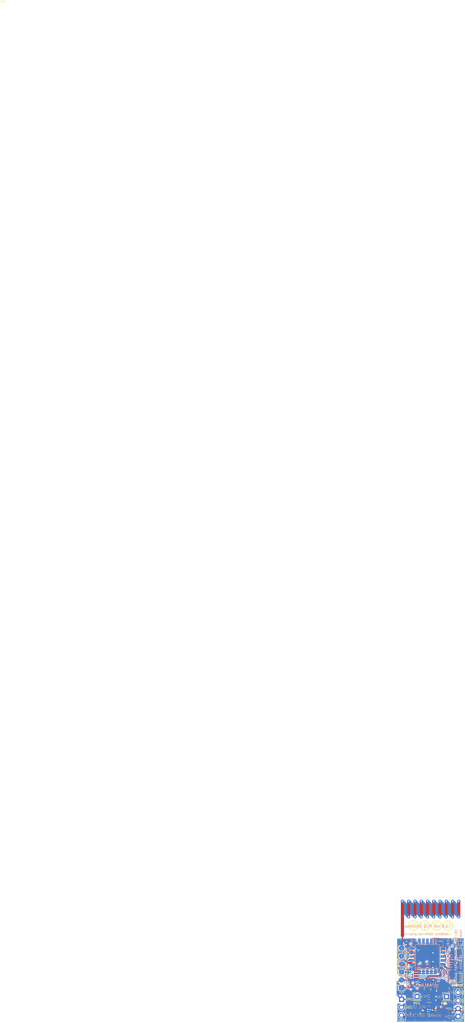
<source format=kicad_pcb>
(kicad_pcb (version 20240108) (generator "pcbnew") (generator_version "8.0")
  (title_block (title "HB_Stamp_ATMega1284P_FUEL4EP") (date "2024-09-29") (rev "1.5") (company "FUEL4EP"))
  (layers (0 "F.Cu" jumper) (31 "B.Cu" signal) (34 "B.Paste" user) (35 "F.Paste" user) (36 "B.SilkS" user "B.Silkscreen") (37 "F.SilkS" user "F.Silkscreen") (38 "B.Mask" user) (39 "F.Mask" user) (44 "Edge.Cuts" user))
  (net 0 "")
  (net 1 "GND")
  (net 2 "Net-(AE1-A)")
  (net 3 "/SS")
  (net 4 "/D2")
  (net 5 "/SCL")
  (net 6 "/SDA")
  (net 7 "/VDDA")
  (net 8 "Net-(U1-AREF)")
  (net 9 "Net-(U1-AVCC)")
  (net 10 "Net-(D1-A)")
  (net 11 "/MOSI")
  (net 12 "/SCK")
  (net 13 "/MISO")
  (net 14 "VCC")
  (net 15 "Net-(J5-Pin_1)")
  (net 16 "Net-(J6-Pin_1)")
  (net 17 "/plusBAT")
  (net 18 "Net-(J7-Pin_1)")
  (net 22 "/CONFIG")
  (net 23 "/DTR")
  (net 24 "/RSETB")
  (net 25 "/RXD0")
  (net 26 "/TXD0")
  (net 34 "Net-(U1-PA0)")
  (net 35 "Net-(U1-PD4)")
  (net 37 "/L")
  (net 53 "/ANT")
  (net 54 "/CTS")
  (footprint "LED_SMD:LED_0402_1005Metric" (layer "F.Cu") (at 4.953 -23.495 -90)
    (property "Reference" "D1")
    (property "Value" "LED red 0402")
  )
  (footprint "Capacitor_SMD:C_0402_1005Metric" (layer "F.Cu") (at 3.81 -11.049 90)
    (property "Reference" "C1")
    (property "Value" "100n")
  )
  (footprint "Resistor_SMD:R_0402_1005Metric" (layer "F.Cu") (at 4.951 -21.59 90)
    (property "Reference" "R4")
    (property "Value" "470")
  )
  (footprint "Resistor_SMD:R_0402_1005Metric" (layer "F.Cu") (at 14.224 -26.035 90)
    (property "Reference" "R1")
    (property "Value" "10k")
  )
  (footprint "Capacitor_SMD:C_0402_1005Metric" (layer "F.Cu") (at 12.986 -10.829)
    (property "Reference" "C2")
    (property "Value" "100n")
  )
  (footprint "Capacitor_SMD:C_0402_1005Metric" (layer "F.Cu") (at 19.429 -17.653 90)
    (property "Reference" "C4")
    (property "Value" "100n")
  )
  (footprint "Capacitor_SMD:C_0402_1005Metric" (layer "F.Cu") (at 12.7 -25.4)
    (property "Reference" "C6")
    (property "Value" "100n")
  )
  (footprint "Capacitor_SMD:C_0402_1005Metric" (layer "F.Cu") (at 11.081 -10.702)
    (property "Reference" "C8")
    (property "Value" "100n")
  )
  (footprint "Resistor_SMD:R_0402_1005Metric" (layer "F.Cu") (at 9.049 -10.956)
    (property "Reference" "R2")
    (property "Value" "22")
  )
  (footprint "Resistor_SMD:R_0402_1005Metric" (layer "F.Cu") (at 16.256 -4.699 90)
    (property "Reference" "R6")
    (property "Value" "10k")
  )
  (footprint "Capacitor_SMD:C_0805_2012Metric" (layer "F.Cu") (at 10.525 -2.81)
    (property "Reference" "C5")
    (property "Value" "10u")
  )
  (footprint "FUEL4EP:CC-BY-ND-SA" (layer "F.Cu") (at 11.049 -31.115)
    (property "Reference" "LOGO1" (hide yes))
    (property "Value" "Logo_Open_Hardware_Small" (hide yes))
  )
  (footprint "Capacitor_SMD:C_0402_1005Metric" (layer "F.Cu") (at 4.953 -19.685 90)
    (property "Reference" "C11")
    (property "Value" "100n")
  )
  (footprint "Capacitor_SMD:C_0402_1005Metric" (layer "F.Cu") (at 3.937 -19.685 90)
    (property "Reference" "C12")
    (property "Value" "10u")
  )
  (footprint "Capacitor_SMD:C_0402_1005Metric" (layer "F.Cu") (at 3.429 -26.543 180)
    (property "Reference" "C13")
    (property "Value" "1pF")
  )
  (footprint "FUEL4EP:FUEL4EP_Inductor_SMD_1" (layer "F.Cu") (at 6.207 -2.921 90)
    (property "Reference" "L1")
    (property "Value" "4.7u" (hide yes))
  )
  (footprint "Package_TO_SOT_SMD:Texas_R-PDSO-G6" (layer "F.Cu") (at 10.525 -5.35 180)
    (property "Reference" "U2")
    (property "Value" "TPS61221DCK")
  )
  (footprint "Capacitor_SMD:C_0805_2012Metric" (layer "F.Cu") (at 10.525 -8.144)
    (property "Reference" "C9")
    (property "Value" "10u")
  )
  (footprint "Package_QFP:TQFP-44_10x10mm_P0.8mm" (layer "F.Cu") (at 12.19 -18.161 -90)
    (property "Reference" "U1")
    (property "Value" "ATmega1284P-AU")
  )
  (footprint "Capacitor_SMD:C_0402_1005Metric" (layer "F.Cu") (at 12.7 -26.416 180)
    (property "Reference" "C3")
    (property "Value" "10u")
  )
  (footprint "Connector_PinHeader_2.54mm:PinHeader_1x03_P2.54mm_Vertical" (layer "F.Cu") (at 1.778 -7.493)
    (property "Reference" "J1")
    (property "Value" "Power")
  )
  (footprint "FUEL4EP:Texas_SWRA416_868MHz_915MHz" (layer "F.Cu") (at 11.049 -33.0615)
    (property "Reference" "AE1")
    (property "Value" "SWRA416 868MHz PCB Antenna")
  )
  (footprint "Connector_PinHeader_2.54mm:PinHeader_1x01_P2.54mm_Vertical" (layer "F.Cu") (at 6.731 -8.382)
    (property "Reference" "J7")
    (property "Value" "PC4/PCINT20")
  )
  (footprint "Capacitor_SMD:C_0402_1005Metric" (layer "F.Cu") (at 17.272 -1.27 -90)
    (property "Reference" "C14")
    (property "Value" "100n")
  )
  (footprint "FUEL4EP:PogoPinHeader_SMD_1x06_P2.54mm_Vertical" (layer "F.Cu") (at 1.778 -11.176 180)
    (property "Reference" "J2")
    (property "Value" "FTDI Debuger")
  )
  (footprint "Connector_PinHeader_2.54mm:PinHeader_1x04_P2.54mm_Vertical" (layer "F.Cu") (at 19.812 -2.032 180)
    (property "Reference" "J4")
    (property "Value" "I2C")
  )
  (footprint "Capacitor_SMD:C_0402_1005Metric" (layer "F.Cu") (at 4.985 -17.814 -90)
    (property "Reference" "C7")
    (property "Value" "100n")
  )
  (footprint "TestPoint:TestPoint_Pad_1.0x1.0mm" (layer "F.Cu") (at 20.574 -25.4)
    (property "Reference" "J6")
    (property "Value" "PB3/AIN1/PCINT11")
  )
  (footprint "Jumper:SolderJumper-2_P1.3mm_Open_Pad1.0x1.5mm" (layer "F.Cu") (at 20.193 -14.351 90)
    (property "Reference" "JP2")
    (property "Value" "Config")
  )
  (footprint "Jumper:SolderJumper-2_P1.3mm_Open_Pad1.0x1.5mm" (layer "F.Cu") (at 20.193 -22.225 90)
    (property "Reference" "JP1")
    (property "Value" "Reset")
  )
  (footprint "Connector_PinHeader_2.54mm:PinHeader_1x01_P2.54mm_Vertical" (layer "F.Cu") (at 16.129 -8.382)
    (property "Reference" "J5")
    (property "Value" "PA5/PCINT5")
  )
  (footprint "Resistor_SMD:R_0402_1005Metric" (layer "F.Cu") (at 17.018 -10.922 180)
    (property "Reference" "R3")
    (property "Value" "0 Ohm")
  )
  (footprint "Inductor_SMD:L_0402_1005Metric" (layer "F.Cu") (at 16.256 -1.27 90)
    (property "Reference" "FB1")
    (property "Value" "FerriteBead")
  )
  (footprint "Resistor_SMD:R_0402_1005Metric" (layer "F.Cu") (at 17.272 -4.699 90)
    (property "Reference" "R5")
    (property "Value" "10k")
  )
  (footprint "Inductor_SMD:L_0402_1005Metric" (layer "F.Cu") (at 1.397 -26.416 180)
    (property "Reference" "L2")
    (property "Value" "12nH")
  )
  (footprint "NetTie:NetTie-2_SMD_Pad0.5mm" (layer "F.Cu") (at 3.81 -25.0444 -90)
    (property "Reference" "NT1" (hide yes))
    (property "Value" "NetTie_2" (hide yes))
  )
  (footprint "Capacitor_SMD:C_0402_1005Metric" (layer "F.Cu") (at 16.764 -2.794)
    (property "Reference" "C10")
    (property "Value" "4.7u")
  )
  (footprint "FUEL4EP:eByte_E07-900MM10S" (layer "B.Cu") (at 5.033 -16.209)
    (property "Reference" "Module1")
    (property "Value" "E07-900MM10S")
  )
  (footprint "FUEL4EP:PogoPinHeader_SMD_1x06_P2.54mm_Vertical" (layer "B.Cu") (at 1.778 -11.176)
    (property "Reference" "J3")
    (property "Value" "ISP Programmer")
  )
  (gr_circle (center 12.43 -4.588) (end 12.43 -4.461) (stroke (width 0.038099)) (fill solid) (layer "F.SilkS"))
  (gr_circle (center 16.254 -25.273) (end 16.381 -25.273) (stroke (width 0.038099)) (fill solid) (layer "F.SilkS"))
  (gr_line (start 0 0) (end 0 -40) (stroke (width 0.038099)) (layer "Edge.Cuts"))
  (gr_line (start 22 0) (end 0 0) (stroke (width 0.038099)) (layer "Edge.Cuts"))
  (gr_line (start 22 -40) (end 22 0) (stroke (width 0.038099)) (layer "Edge.Cuts"))
  (gr_line (start 0 -40) (end 22 -40) (stroke (width 0.038099)) (layer "Edge.Cuts"))
  (gr_text "Version 1.5 - 09/2024 (KiCAD 8)\n" (at 20.701 -29.845 90) (layer "B.SilkS") (effects (font (size 0.7 0.7)) (justify left mirror)))
  (gr_text "VCC (3.3V)" (at 6.223 -5.08 0) (layer "B.SilkS") (effects (font (size 0.8 0.8) (thickness 0.1)) (justify mirror)))
  (gr_text "VCC" (at 1.778 -9.779 0) (layer "B.SilkS") (effects (font (size 0.6 0.6) (thickness 0.1)) (justify mirror)))
  (gr_text "HB-Stamp_ATMega1284P_FUEL4EP\n\n" (at 19.685 -29.972 90) (layer "B.SilkS") (effects (font (size 0.7 0.7)) (justify left mirror)))
  (gr_text "(C) FUEL4EP" (at 10.3124 -11.8872 0) (layer "B.SilkS") (effects (font (size 0.7 0.7)) (justify mirror)))
  (gr_text "0.8 mm PCB thickness" (at 9.652 -30.861 0) (layer "B.SilkS") (effects (font (size 0.8 0.8)) (justify mirror)))
  (gr_text "VDDA" (at 17.145 -2.032 0) (layer "B.SilkS") (effects (font (size 0.8 0.8) (thickness 0.1)) (justify mirror)))
  (gr_text "MOSI" (at 1.778 -14.986 0) (layer "B.SilkS") (effects (font (size 0.6 0.6) (thickness 0.1)) (justify mirror)))
  (gr_text "SCL" (at 17.653 -6.731 0) (layer "B.SilkS") (effects (font (size 0.8 0.8) (thickness 0.1)) (justify mirror)))
  (gr_text "PC4" (at 9.017 -8.382 0) (layer "B.SilkS") (effects (font (size 0.8 0.8) (thickness 0.1)) (justify mirror)))
  (gr_text "PogoPin ISP programmer" (at 3.429 -17.399 90) (layer "B.SilkS") (effects (font (size 0.7 0.7)) (justify mirror)))
  (gr_text "SDA" (at 17.526 -9.779 0) (layer "B.SilkS") (effects (font (size 0.8 0.8) (thickness 0.1)) (justify mirror)))
  (gr_text "GND" (at 17.526 -4.445 0) (layer "B.SilkS") (effects (font (size 0.8 0.8) (thickness 0.1)) (justify mirror)))
  (gr_text "MISO" (at 1.778 -20.066 0) (layer "B.SilkS") (effects (font (size 0.6 0.6) (thickness 0.1)) (justify mirror)))
  (gr_text "SCK" (at 1.778 -17.526 0) (layer "B.SilkS") (effects (font (size 0.6 0.6) (thickness 0.1)) (justify mirror)))
  (gr_text "plusBAT (0.7..5.5V)" (at 8.636 -2.413 0) (layer "B.SilkS") (effects (font (size 0.8 0.8) (thickness 0.1)) (justify mirror)))
  (gr_text "868MHz SWRA416 antenna" (at 9.4996 -28.3464 0) (layer "B.SilkS") (effects (font (size 0.7 0.7) (thickness 0.1)) (justify mirror)))
  (gr_text "GND" (at 1.778 -12.446 0) (layer "B.SilkS") (effects (font (size 0.6 0.6) (thickness 0.1)) (justify mirror)))
  (gr_text "RSETB" (at 1.651 -22.606 0) (layer "B.SilkS") (effects (font (size 0.6 0.6) (thickness 0.1)) (justify mirror)))
  (gr_text "GND" (at 4.445 -7.493 0) (layer "B.SilkS") (effects (font (size 0.8 0.8) (thickness 0.1)) (justify mirror)))
  (gr_text "PA5" (at 13.843 -8.255 0) (layer "B.SilkS") (effects (font (size 0.8 0.8) (thickness 0.1)) (justify mirror)))
  (gr_text "TXD" (at 0.558 -13.843 90) (layer "F.SilkS") (effects (font (size 0.7 0.7) (thickness 0.1) (italic yes))))
  (gr_text "SDA" (at 21.59 -9.652 90) (layer "F.SilkS") (effects (font (size 0.5 0.5) (thickness 0.1) (italic yes))))
  (gr_text "VDDA" (at 21.59 -2.032 90) (layer "F.SilkS") (effects (font (size 0.5 0.5) (thickness 0.1) (italic yes))))
  (gr_text "VCC" (at 0.508 -18.796 90) (layer "F.SilkS") (effects (font (size 0.7 0.7) (thickness 0.1) (italic yes))))
  (gr_text "FTDI serial monitor" (at 3.048 -18.923 90) (layer "F.SilkS") (effects (font (size 0.7 0.7))))
  (gr_text "Conf" (at 20.193 -12.065 0) (layer "F.SilkS") (effects (font (size 0.7 0.7))))
  (gr_text "PA5" (at 15.367 -6.223 0) (layer "F.SilkS") (effects (font (size 0.7 0.7))))
  (gr_text "PC4" (at 6.604 -6.223 0) (layer "F.SilkS") (effects (font (size 0.7 0.7))))
  (gr_text "Res" (at 20.193 -20.066 0) (layer "F.SilkS") (effects (font (size 0.7 0.7))))
  (gr_text "RXD" (at 0.508 -16.383 90) (layer "F.SilkS") (effects (font (size 0.7 0.7) (thickness 0.1) (italic yes))))
  (gr_text "VCC" (at 4.2164 -4.8768 0) (layer "F.SilkS") (effects (font (size 0.7 0.7) (thickness 0.1) (italic yes))))
  (gr_text "I2C" (at 19.177 -0.381 0) (layer "F.SilkS") (effects (font (size 0.5 0.5) (thickness 0.1) (italic yes))))
  (gr_text "PB3" (at 18.669 -26.543 0) (layer "F.SilkS") (effects (font (size 0.7 0.7))))
  (gr_text "DTR" (at 0.508 -11.303 90) (layer "F.SilkS") (effects (font (size 0.7 0.7) (thickness 0.1) (italic yes))))
  (gr_text "GND\n" (at 4.064 -7.5692 0) (layer "F.SilkS") (effects (font (size 0.7 0.7) (thickness 0.1) (italic yes))))
  (gr_text "0.8mm PCB thickness" (at 11.176 -28.321 0) (layer "F.SilkS") (effects (font (size 0.8 0.8))))
  (gr_text "CTS" (at 0.508 -21.209 90) (layer "F.SilkS") (effects (font (size 0.7 0.7) (thickness 0.1) (italic yes))))
  (gr_text "GND" (at -125.476 -326.39 0) (layer "F.SilkS") (effects (font (size 0.6 0.6) (thickness 0.1))))
  (gr_text "GND\n" (at 21.59 -4.572 90) (layer "F.SilkS") (effects (font (size 0.5 0.5) (thickness 0.1) (italic yes))))
  (gr_text "SCL" (at 21.59 -7.112 90) (layer "F.SilkS") (effects (font (size 0.5 0.5) (thickness 0.1) (italic yes))))
  (gr_text "GND\n" (at 0.508 -23.749 90) (layer "F.SilkS") (effects (font (size 0.7 0.7) (thickness 0.1) (italic yes))))
  (gr_text "VBAT" (at 1.905 -0.508 0) (layer "F.SilkS") (effects (font (size 0.7 0.7) (thickness 0.1) (italic yes))))
  (segment (start 19.613386 -18.133) (end 20.193 -17.553386) (width 0.5) (layer "F.Cu") (net 1))
  (segment (start 5.098501 -23.834499) (end 6.137501 -23.834499) (width 0.5) (layer "F.Cu") (net 1))
  (segment (start 12.19 -11.145) (end 12.506 -10.829) (width 0.5) (layer "F.Cu") (net 1))
  (segment (start 17.399 -2.794) (end 18.034 -3.429) (width 0.5) (layer "F.Cu") (net 1))
  (segment (start 11.688 -10.829) (end 11.561 -10.702) (width 0.5) (layer "F.Cu") (net 1))
  (segment (start 17.33 -0.732) (end 18.131 -0.732) (width 0.5) (layer "F.Cu") (net 1))
  (segment (start 17.244 -2.794) (end 17.399 -2.794) (width 0.5) (layer "F.Cu") (net 1))
  (segment (start 12.22 -25.4) (end 12.22 -23.891) (width 0.5) (layer "F.Cu") (net 1))
  (segment (start 12.115 -23.786) (end 12.115 -22.661) (width 0.5) (layer "F.Cu") (net 1))
  (segment (start 19.431 -19.177) (end 19.431 -20.813) (width 0.5) (layer "F.Cu") (net 1))
  (segment (start 12.22 -23.891) (end 12.19 -23.861) (width 0.5) (layer "F.Cu") (net 1))
  (segment (start 4.345247 -16.694247) (end 4.345247 -16.549501) (width 0.5) (layer "F.Cu") (net 1))
  (segment (start 0.912 -25.713007) (end 1.106007 -25.519) (width 0.5) (layer "F.Cu") (net 1))
  (segment (start 10.525 -3.76) (end 10.525 -5.75) (width 0.4) (layer "F.Cu") (net 1))
  (segment (start 21.209 -3.175) (end 19.812 -4.572) (width 0.5) (layer "F.Cu") (net 1))
  (segment (start 21.179 -0.732) (end 21.209 -0.762) (width 0.5) (layer "F.Cu") (net 1))
  (segment (start 2.405 -25.519) (end 2.413 -25.527) (width 0.5) (layer "F.Cu") (net 1))
  (segment (start 4.953 -20.165) (end 4.219 -20.165) (width 0.5) (layer "F.Cu") (net 1))
  (segment (start 12.115 -22.661) (end 11.806 -22.352) (width 0.5) (layer "F.Cu") (net 1))
  (segment (start 21.209 -0.762) (end 21.209 -3.175) (width 0.5) (layer "F.Cu") (net 1))
  (segment (start 11.392 -17.361) (end 11.7475 -17.7165) (width 0.5) (layer "F.Cu") (net 1))
  (segment (start 10.541 -14.986) (end 14.224 -14.986) (width 0.5) (layer "F.Cu") (net 1))
  (segment (start 12.22 -26.416) (end 12.22 -25.4) (width 0.5) (layer "F.Cu") (net 1))
  (segment (start 12.19 -12.461) (end 12.19 -13.38339) (width 0.5) (layer "F.Cu") (net 1))
  (segment (start 19.429 -18.133) (end 19.613386 -18.133) (width 0.5) (layer "F.Cu") (net 1))
  (segment (start 17.89 -18.161) (end 19.401 -18.161) (width 0.5) (layer "F.Cu") (net 1))
  (segment (start 3.81 -25.5444) (end 2.4304 -25.5444) (width 0.5) (layer "F.Cu") (net 1))
  (segment (start 11.625 -6.917) (end 11.625 -7.994) (width 0.5) (layer "F.Cu") (net 1))
  (segment (start 17.272 -0.79) (end 17.33 -0.732) (width 0.5) (layer "F.Cu") (net 1))
  (segment (start 20.193 -17.553386) (end 20.193 -15.001) (width 0.5) (layer "F.Cu") (net 1))
  (segment (start 12.462 -8.144) (end 12.7 -8.382) (width 0.5) (layer "F.Cu") (net 1))
  (segment (start 10.775 -6) (end 11.625 -6) (width 0.4) (layer "F.Cu") (net 1))
  (segment (start 4.219 -20.165) (end 3.979911 -20.404089) (width 0.5) (layer "F.Cu") (net 1))
  (segment (start 12.19 -12.461) (end 12.19 -11.145) (width 0.5) (layer "F.Cu") (net 1))
  (segment (start 19.431 -19.177) (end 19.431 -18.135) (width 0.5) (layer "F.Cu") (net 1))
  (segment (start 0.912 -26.416) (end 0.912 -25.713007) (width 0.5) (layer "F.Cu") (net 1))
  (segment (start 12.506 -10.829) (end 12.506 -10.584073) (width 0.5) (layer "F.Cu") (net 1))
  (segment (start 4.953 -23.98) (end 5.098501 -23.834499) (width 0.5) (layer "F.Cu") (net 1))
  (segment (start 11.806 -22.352) (end 11.811 -22.352) (width 0.5) (layer "F.Cu") (net 1))
  (segment (start 11.811 -22.352) (end 11.811 -19.558) (width 0.5) (layer "F.Cu") (net 1))
  (segment (start 11.625 -6) (end 11.625 -6.917) (width 0.5) (layer "F.Cu") (net 1))
  (segment (start 10.525 -5.75) (end 10.775 -6) (width 0.4) (layer "F.Cu") (net 1))
  (segment (start 1.106007 -25.519) (end 2.405 -25.519) (width 0.5) (layer "F.Cu") (net 1))
  (segment (start 5.969 -11.684) (end 5.969 -12.319) (width 0.5) (layer "F.Cu") (net 1))
  (segment (start 18.669 -3.429) (end 18.034 -3.429) (width 0.5) (layer "F.Cu") (net 1))
  (segment (start 6.49 -17.361) (end 5.012 -17.361) (width 0.5) (layer "F.Cu") (net 1))
  (segment (start 19.431 -20.813) (end 20.193 -21.575) (width 0.5) (layer "F.Cu") (net 1))
  (segment (start 12.19 -13.38339) (end 11.957454 -13.615936) (width 0.5) (layer "F.Cu") (net 1))
  (segment (start 2.4304 -25.5444) (end 2.413 -25.527) (width 0.5) (layer "F.Cu") (net 1))
  (segment (start 5.969 -12.319) (end 6.477 -12.827) (width 0.5) (layer "F.Cu") (net 1))
  (segment (start 1.778 -24.892) (end 2.413 -25.527) (width 0.5) (layer "F.Cu") (net 1))
  (segment (start 19.812 -4.572) (end 18.669 -3.429) (width 0.5) (layer "F.Cu") (net 1))
  (segment (start 9.271 -13.716) (end 10.541 -14.986) (width 0.5) (layer "F.Cu") (net 1))
  (segment (start 12.7 -8.382) (end 12.7 -7.239) (width 0.5) (layer "F.Cu") (net 1))
  (segment (start 4.985 -17.334) (end 4.345247 -16.694247) (width 0.5) (layer "F.Cu") (net 1))
  (segment (start 12.506 -10.829) (end 11.688 -10.829) (width 0.5) (layer "F.Cu") (net 1))
  (segment (start 11.475 -8.144) (end 12.462 -8.144) (width 0.5) (layer "F.Cu") (net 1))
  (segment (start 1.778 -24.426) (end 1.778 -24.892) (width 0.5) (layer "F.Cu") (net 1))
  (segment (start 12.19 -23.861) (end 12.115 -23.786) (width 0.5) (layer "F.Cu") (net 1))
  (segment (start 14.224 -14.986) (end 14.224 -16.891) (width 0.5) (layer "F.Cu") (net 1))
  (segment (start 18.131 -0.732) (end 21.179 -0.732) (width 0.5) (layer "F.Cu") (net 1))
  (segment (start 12.506 -10.584073) (end 12.943781 -10.146292) (width 0.5) (layer "F.Cu") (net 1))
  (segment (start 11.475 -2.81) (end 10.525 -3.76) (width 0.4) (layer "F.Cu") (net 1))
  (segment (start 6.49 -17.361) (end 11.392 -17.361) (width 0.5) (layer "F.Cu") (net 1))
  (segment (start 6.137501 -23.834499) (end 6.35 -23.622) (width 0.5) (layer "F.Cu") (net 1))
  (segment (start 6.477 -12.827) (end 6.477 -13.081) (width 0.5) (layer "F.Cu") (net 1))
  (via (at 11.957454 -13.615936) (size 0.6) (drill 0.4) (layers "F.Cu" "B.Cu") (net 1))
  (via (at 14.224 -16.891) (size 0.6) (drill 0.4) (layers "F.Cu" "B.Cu") (net 1))
  (via (at 18.131 -0.732) (size 0.6) (drill 0.4) (layers "F.Cu" "B.Cu") (net 1))
  (via (at 12.943781 -10.146292) (size 0.6) (drill 0.4) (layers "F.Cu" "B.Cu") (net 1))
  (via (at 3.979911 -20.404089) (size 0.6) (drill 0.4) (layers "F.Cu" "B.Cu") (net 1))
  (via (at 12.7 -8.382) (size 0.6) (drill 0.4) (layers "F.Cu" "B.Cu") (net 1))
  (via (at 6.477 -13.081) (size 0.6) (drill 0.4) (layers "F.Cu" "B.Cu") (net 1))
  (via (at 11.811 -19.558) (size 0.6) (drill 0.4) (layers "F.Cu" "B.Cu") (net 1))
  (via (at 19.431 -19.177) (size 0.6) (drill 0.4) (layers "F.Cu" "B.Cu") (net 1))
  (via (at 5.969 -11.684) (size 0.6) (drill 0.4) (layers "F.Cu" "B.Cu") (net 1))
  (via (at 11.7475 -17.7165) (size 0.6) (drill 0.4) (layers "F.Cu" "B.Cu") (net 1))
  (via (at 2.413 -25.527) (size 0.6) (drill 0.4) (layers "F.Cu" "B.Cu") (net 1))
  (via (at 18.034 -3.429) (size 0.6) (drill 0.4) (layers "F.Cu" "B.Cu") (net 1))
  (via (at 9.271 -13.716) (size 0.6) (drill 0.4) (layers "F.Cu" "B.Cu") (net 1))
  (via (at 6.35 -23.622) (size 0.6) (drill 0.4) (layers "F.Cu" "B.Cu") (net 1))
  (via (at 4.345247 -16.549501) (size 0.6) (drill 0.4) (layers "F.Cu" "B.Cu") (net 1))
  (via (at 12.7 -7.239) (size 0.6) (drill 0.4) (layers "F.Cu" "B.Cu") (net 1))
  (via (at 11.811 -22.352) (size 0.6) (drill 0.4) (layers "F.Cu" "B.Cu") (net 1))
  (segment (start 3.979911 -20.212089) (end 3.979911 -20.404089) (width 0.5) (layer "B.Cu") (net 1))
  (segment (start 0.4642 -12.9522) (end 1.228 -13.716) (width 0.5) (layer "B.Cu") (net 1))
  (segment (start 5.449 -11.291) (end 5.449 -10.484339) (width 0.5) (layer "B.Cu") (net 1))
  (segment (start 5.588 -11.43) (end 5.842 -11.684) (width 0.5) (layer "B.Cu") (net 1))
  (segment (start 0.4642 -8.8068) (end 0.4642 -12.9522) (width 0.5) (layer "B.Cu") (net 1))
  (segment (start 0.478 -9.876) (end 0.4642 -9.8898) (width 0.5) (layer "B.Cu") (net 1))
  (segment (start 5.033 -19.939) (end 4.253 -19.939) (width 0.5) (layer "B.Cu") (net 1))
  (segment (start 5.009661 -10.045) (end 4.388339 -10.045) (width 0.5) (layer "B.Cu") (net 1))
  (segment (start 5.588 -11.43) (end 5.588 -10.541) (width 0.5) (layer "B.Cu") (net 1))
  (segment (start 11.85739 -13.716) (end 9.271 -13.716) (width 0.5) (layer "B.Cu") (net 1))
  (segment (start 4.253 -19.939) (end 3.979911 -20.212089) (width 0.5) (layer "B.Cu") (net 1))
  (segment (start 5.588 -11.43) (end 5.449 -11.291) (width 0.5) (layer "B.Cu") (net 1))
  (segment (start 5.842 -11.684) (end 5.969 -11.684) (width 0.5) (layer "B.Cu") (net 1))
  (segment (start 12.573 -16.209) (end 12.573 -16.891) (width 0.5) (layer "B.Cu") (net 1))
  (segment (start 1.778 -7.493) (end 0.4642 -8.8068) (width 0.5) (layer "B.Cu") (net 1))
  (segment (start 4.388339 -10.045) (end 4.219339 -9.876) (width 0.5) (layer "B.Cu") (net 1))
  (segment (start 11.957454 -13.615936) (end 11.85739 -13.716) (width 0.5) (layer "B.Cu") (net 1))
  (segment (start 12.573 -16.891) (end 11.7475 -17.7165) (width 0.5) (layer "B.Cu") (net 1))
  (segment (start 2.328 -13.716) (end 9.271 -13.716) (width 0.5) (layer "B.Cu") (net 1))
  (segment (start 5.449 -10.484339) (end 5.009661 -10.045) (width 0.5) (layer "B.Cu") (net 1))
  (segment (start 0.4642 -9.8898) (end 0.4642 -12.9522) (width 0.5) (layer "B.Cu") (net 1))
  (segment (start 4.219339 -9.876) (end 0.478 -9.876) (width 0.5) (layer "B.Cu") (net 1))
  (segment (start 2.413 -26.416) (end 2.822 -26.416) (width 0.6) (layer "F.Cu") (net 2))
  (segment (start 1.882 -26.416) (end 2.413 -26.416) (width 0.6) (layer "F.Cu") (net 2))
  (segment (start 2.049 -26.78) (end 2.049 -27.062) (width 0.2) (layer "F.Cu") (net 2))
  (segment (start 2.049 -27.1615) (end 2.049 -26.306) (width 0.2) (layer "F.Cu") (net 2))
  (segment (start 2.822 -26.416) (end 2.949 -26.543) (width 0.6) (layer "F.Cu") (net 2))
  (segment (start 17.193324 -22.161) (end 16.474855 -21.442531) (width 0.2) (layer "F.Cu") (net 3))
  (segment (start 16.474855 -21.442531) (end 16.474855 -20.670249) (width 0.2) (layer "F.Cu") (net 3))
  (segment (start 17.89 -22.161) (end 17.193324 -22.161) (width 0.2) (layer "F.Cu") (net 3))
  (via (at 16.474855 -20.670249) (size 0.6) (drill 0.4) (layers "F.Cu" "B.Cu") (net 3))
  (segment (start 15.305207 -19.939) (end 15.743606 -19.939) (width 0.2) (layer "B.Cu") (net 3))
  (segment (start 15.743606 -19.939) (end 16.474855 -20.670249) (width 0.2) (layer "B.Cu") (net 3))
  (segment (start 8.19 -21.147) (end 9.779 -19.558) (width 0.2) (layer "F.Cu") (net 4))
  (segment (start 8.19 -23.861) (end 8.19 -21.147) (width 0.2) (layer "F.Cu") (net 4))
  (via (at 9.779 -19.558) (size 0.6) (drill 0.4) (layers "F.Cu" "B.Cu") (net 4))
  (segment (start 10.033 -19.304) (end 9.779 -19.558) (width 0.2) (layer "B.Cu") (net 4))
  (segment (start 10.033 -16.209) (end 10.033 -19.304) (width 0.2) (layer "B.Cu") (net 4))
  (segment (start 18.662 -8.262) (end 18.662 -10.723183) (width 0.2) (layer "F.Cu") (net 5))
  (segment (start 13.810199 -17.890001) (end 14.637801 -17.890001) (width 0.2) (layer "F.Cu") (net 5))
  (segment (start 12.388697 -16.468499) (end 13.810199 -17.890001) (width 0.2) (layer "F.Cu") (net 5))
  (segment (start 16.254 -5.761183) (end 16.254 -5.211) (width 0.2) (layer "F.Cu") (net 5))
  (segment (start 16.044911 -16.482891) (end 16.044911 -15.070089) (width 0.2) (layer "F.Cu") (net 5))
  (segment (start 16.925316 -6.432499) (end 16.254 -5.761183) (width 0.2) (layer "F.Cu") (net 5))
  (segment (start 14.637801 -17.890001) (end 16.044911 -16.482891) (width 0.2) (layer "F.Cu") (net 5))
  (segment (start 17.447183 -11.938) (end 17.447183 -12.240183) (width 0.2) (layer "F.Cu") (net 5))
  (segment (start 6.582501 -16.468499) (end 12.388697 -16.468499) (width 0.2) (layer "F.Cu") (net 5))
  (segment (start 19.812 -7.112) (end 18.662 -8.262) (width 0.2) (layer "F.Cu") (net 5))
  (segment (start 19.132499 -6.432499) (end 16.925316 -6.432499) (width 0.2) (layer "F.Cu") (net 5))
  (segment (start 18.662 -10.723183) (end 17.447183 -11.938) (width 0.2) (layer "F.Cu") (net 5))
  (segment (start 17.447183 -12.240183) (end 18.542 -13.335) (width 0.2) (layer "F.Cu") (net 5))
  (segment (start 19.812 -7.112) (end 19.132499 -6.432499) (width 0.2) (layer "F.Cu") (net 5))
  (via (at 16.044911 -15.070089) (size 0.6) (drill 0.4) (layers "F.Cu" "B.Cu") (net 5))
  (via (at 18.542 -13.335) (size 0.6) (drill 0.4) (layers "F.Cu" "B.Cu") (net 5))
  (segment (start 18.034 -13.335) (end 16.298911 -15.070089) (width 0.2) (layer "B.Cu") (net 5))
  (segment (start 18.542 -13.335) (end 18.034 -13.335) (width 0.2) (layer "B.Cu") (net 5))
  (segment (start 16.298911 -15.070089) (end 16.044911 -15.070089) (width 0.2) (layer "B.Cu") (net 5))
  (segment (start 14.472322 -17.4905) (end 15.37193 -16.590892) (width 0.2) (layer "F.Cu") (net 6))
  (segment (start 13.975678 -17.4905) (end 14.472322 -17.4905) (width 0.2) (layer "F.Cu") (net 6))
  (segment (start 12.246178 -15.761) (end 13.975678 -17.4905) (width 0.2) (layer "F.Cu") (net 6))
  (segment (start 19.812 -9.652) (end 20.962 -8.502) (width 0.2) (layer "F.Cu") (net 6))
  (segment (start 20.962 -5.976) (end 20.948 -5.962) (width 0.2) (layer "F.Cu") (net 6))
  (segment (start 6.49 -15.761) (end 12.246178 -15.761) (width 0.2) (layer "F.Cu") (net 6))
  (segment (start 15.37193 -16.590892) (end 15.37193 -14.3183) (width 0.2) (layer "F.Cu") (net 6))
  (segment (start 19.812 -9.652) (end 19.812 -11.557) (width 0.2) (layer "F.Cu") (net 6))
  (segment (start 18.26796 -5.962) (end 18.14996 -5.844) (width 0.2) (layer "F.Cu") (net 6))
  (segment (start 20.948 -5.962) (end 18.26796 -5.962) (width 0.2) (layer "F.Cu") (net 6))
  (segment (start 17.272 -5.844) (end 17.272 -5.209) (width 0.2) (layer "F.Cu") (net 6))
  (segment (start 20.962 -8.502) (end 20.962 -5.976) (width 0.2) (layer "F.Cu") (net 6))
  (segment (start 19.812 -11.557) (end 19.304 -12.065) (width 0.2) (layer "F.Cu") (net 6))
  (segment (start 18.14996 -5.844) (end 17.272 -5.844) (width 0.2) (layer "F.Cu") (net 6))
  (via (at 15.37193 -14.3183) (size 0.6) (drill 0.4) (layers "F.Cu" "B.Cu") (net 6))
  (via (at 19.304 -12.065) (size 0.6) (drill 0.4) (layers "F.Cu" "B.Cu") (net 6))
  (segment (start 18.034 -12.7) (end 16.263411 -14.470589) (width 0.2) (layer "B.Cu") (net 6))
  (segment (start 18.669 -12.7) (end 18.034 -12.7) (width 0.2) (layer "B.Cu") (net 6))
  (segment (start 15.524219 -14.470589) (end 15.37193 -14.3183) (width 0.2) (layer "B.Cu") (net 6))
  (segment (start 16.263411 -14.470589) (end 15.524219 -14.470589) (width 0.2) (layer "B.Cu") (net 6))
  (segment (start 19.304 -12.065) (end 18.669 -12.7) (width 0.2) (layer "B.Cu") (net 6))
  (segment (start 16.284 -2.794) (end 16.284 -4.161) (width 0.5) (layer "F.Cu") (net 7))
  (segment (start 17.272 -4.189) (end 16.256 -4.189) (width 0.5) (layer "F.Cu") (net 7))
  (segment (start 16.284 -4.161) (end 16.256 -4.189) (width 0.5) (layer "F.Cu") (net 7))
  (segment (start 17.272 -1.75) (end 19.53 -1.75) (width 0.5) (layer "F.Cu") (net 7))
  (segment (start 16.256 -1.755) (end 17.267 -1.755) (width 0.5) (layer "F.Cu") (net 7))
  (segment (start 16.284 -2.794) (end 16.284 -1.783) (width 0.5) (layer "F.Cu") (net 7))
  (segment (start 12.99 -11.305) (end 13.466 -10.829) (width 0.2) (layer "F.Cu") (net 8))
  (segment (start 12.99 -12.461) (end 12.99 -11.305) (width 0.2) (layer "F.Cu") (net 8))
  (segment (start 11.39 -11.407112) (end 11.333858 -11.407112) (width 0.2) (layer "F.Cu") (net 9))
  (segment (start 10.601 -10.702) (end 9.813 -10.702) (width 0.2) (layer "F.Cu") (net 9))
  (segment (start 11.333858 -11.407112) (end 10.628746 -10.702) (width 0.2) (layer "F.Cu") (net 9))
  (segment (start 9.813 -10.702) (end 9.559 -10.956) (width 0.2) (layer "F.Cu") (net 9))
  (segment (start 11.39 -12.461) (end 11.39 -11.407112) (width 0.2) (layer "F.Cu") (net 9))
  (segment (start 4.951 -22.1) (end 4.951 -23.008) (width 0.2) (layer "F.Cu") (net 10))
  (segment (start 16.19 -22.190502) (end 16.282502 -22.098) (width 0.2) (layer "F.Cu") (net 11))
  (segment (start 16.19 -23.861) (end 16.19 -22.190502) (width 0.2) (layer "F.Cu") (net 11))
  (via (at 16.282502 -22.098) (size 0.6) (drill 0.4) (layers "F.Cu" "B.Cu") (net 11))
  (segment (start 3.283499 -14.750501) (end 2.328 -15.706) (width 0.2) (layer "B.Cu") (net 11))
  (segment (start 16.282502 -22.098) (end 16.723177 -21.657325) (width 0.2) (layer "B.Cu") (net 11))
  (segment (start 17.074355 -20.918571) (end 17.074355 -20.421927) (width 0.2) (layer "B.Cu") (net 11))
  (segment (start 16.723177 -21.269749) (end 17.074355 -20.918571) (width 0.2) (layer "B.Cu") (net 11))
  (segment (start 16.723177 -21.657325) (end 16.723177 -21.269749) (width 0.2) (layer "B.Cu") (net 11))
  (segment (start 13.734501 -14.750501) (end 3.283499 -14.750501) (width 0.2) (layer "B.Cu") (net 11))
  (segment (start 16.51 -17.526) (end 13.734501 -14.750501) (width 0.2) (layer "B.Cu") (net 11))
  (segment (start 17.074355 -20.421927) (end 16.723177 -20.070749) (width 0.2) (layer "B.Cu") (net 11))
  (segment (start 16.723177 -20.070749) (end 16.600571 -20.070749) (width 0.2) (layer "B.Cu") (net 11))
  (segment (start 16.51 -19.980178) (end 16.51 -17.526) (width 0.2) (layer "B.Cu") (net 11))
  (segment (start 2.328 -15.706) (end 2.328 -16.256) (width 0.2) (layer "B.Cu") (net 11))
  (segment (start 16.256 -22.098) (end 16.282502 -22.098) (width 0.2) (layer "B.Cu") (net 11))
  (segment (start 16.600571 -20.070749) (end 16.51 -19.980178) (width 0.2) (layer "B.Cu") (net 11))
  (segment (start 16.256 -21.952) (end 16.256 -22.098) (width 0.2) (layer "B.Cu") (net 11))
  (segment (start 15.513 -21.209) (end 16.256 -21.952) (width 0.2) (layer "B.Cu") (net 11))
  (segment (start 14.59 -22.748) (end 15.875355 -21.462645) (width 0.2) (layer "F.Cu") (net 12))
  (segment (start 15.875355 -21.462645) (end 15.875355 -19.048111) (width 0.2) (layer "F.Cu") (net 12))
  (segment (start 14.59 -23.861) (end 14.59 -22.748) (width 0.2) (layer "F.Cu") (net 12))
  (segment (start 4.318 -15.350001) (end 3.745747 -15.922254) (width 0.2) (layer "F.Cu") (net 12))
  (segment (start 3.745747 -15.922254) (end 3.745747 -17.571247) (width 0.2) (layer "F.Cu") (net 12))
  (segment (start 3.745747 -17.571247) (end 3.8275 -17.653) (width 0.2) (layer "F.Cu") (net 12))
  (via (at 4.318 -15.350001) (size 0.6) (drill 0.4) (layers "F.Cu" "B.Cu") (net 12))
  (via (at 3.8275 -17.653) (size 0.6) (drill 0.4) (layers "F.Cu" "B.Cu") (net 12))
  (via (at 15.875355 -19.048111) (size 0.6) (drill 0.4) (layers "F.Cu" "B.Cu") (net 12))
  (segment (start 15.383 -18.669) (end 15.383 -16.96398) (width 0.2) (layer "B.Cu") (net 12))
  (segment (start 2.921 -17.653) (end 3.8275 -17.653) (width 0.2) (layer "B.Cu") (net 12))
  (segment (start 13.569022 -15.150002) (end 5.85378 -15.150002) (width 0.2) (layer "B.Cu") (net 12))
  (segment (start 5.85378 -15.150002) (end 5.653781 -15.350001) (width 0.2) (layer "B.Cu") (net 12))
  (segment (start 5.653781 -15.350001) (end 4.318 -15.350001) (width 0.2) (layer "B.Cu") (net 12))
  (segment (start 15.875 -18.669) (end 15.033 -18.669) (width 0.2) (layer "B.Cu") (net 12))
  (segment (start 15.383 -16.96398) (end 13.569022 -15.150002) (width 0.2) (layer "B.Cu") (net 12))
  (segment (start 15.875355 -19.048111) (end 15.875355 -18.669355) (width 0.2) (layer "B.Cu") (net 12))
  (segment (start 15.875355 -18.669355) (end 15.875 -18.669) (width 0.2) (layer "B.Cu") (net 12))
  (segment (start 2.921 -17.653) (end 2.328 -18.246) (width 0.2) (layer "B.Cu") (net 12))
  (segment (start 2.328 -18.246) (end 1.778 -18.246) (width 0.2) (layer "B.Cu") (net 12))
  (segment (start 16.765 -24.911) (end 15.49 -24.911) (width 0.2) (layer "F.Cu") (net 13))
  (segment (start 15.49 -24.911) (end 15.39 -24.811) (width 0.2) (layer "F.Cu") (net 13))
  (segment (start 16.964502 -23.368) (end 16.964502 -24.711498) (width 0.2) (layer "F.Cu") (net 13))
  (segment (start 16.964502 -24.711498) (end 16.765 -24.911) (width 0.2) (layer "F.Cu") (net 13))
  (segment (start 15.39 -24.811) (end 15.39 -23.861) (width 0.2) (layer "F.Cu") (net 13))
  (via (at 16.964502 -23.368) (size 0.6) (drill 0.4) (layers "F.Cu" "B.Cu") (net 13))
  (segment (start 17.473856 -21.754468) (end 17.473856 -20.256448) (width 0.2) (layer "B.Cu") (net 13))
  (segment (start 17.473856 -20.256448) (end 16.909501 -19.692093) (width 0.2) (layer "B.Cu") (net 13))
  (segment (start 15.2515 -22.6975) (end 16.530824 -22.6975) (width 0.2) (layer "B.Cu") (net 13))
  (segment (start 16.764 -23.368) (end 16.964502 -23.368) (width 0.2) (layer "B.Cu") (net 13))
  (segment (start 13.89998 -14.351) (end 3.11802 -14.351) (width 0.2) (layer "B.Cu") (net 13))
  (segment (start 0.5588 -15.8242) (end 0.5588 -20.186) (width 0.2) (layer "B.Cu") (net 13))
  (segment (start 16.909501 -19.692093) (end 16.909501 -17.360521) (width 0.2) (layer "B.Cu") (net 13))
  (segment (start 16.764 -22.733) (end 16.764 -23.368) (width 0.2) (layer "B.Cu") (net 13))
  (segment (start 16.629662 -22.598662) (end 17.473856 -21.754468) (width 0.2) (layer "B.Cu") (net 13))
  (segment (start 1.178 -20.186) (end 1.778 -20.786) (width 0.2) (layer "B.Cu") (net 13))
  (segment (start 16.530824 -22.6975) (end 16.629662 -22.598662) (width 0.2) (layer "B.Cu") (net 13))
  (segment (start 16.629662 -22.598662) (end 16.764 -22.733) (width 0.2) (layer "B.Cu") (net 13))
  (segment (start 0.5588 -20.186) (end 1.178 -20.186) (width 0.2) (layer "B.Cu") (net 13))
  (segment (start 1.397 -14.986) (end 0.5588 -15.8242) (width 0.2) (layer "B.Cu") (net 13))
  (segment (start 2.48302 -14.986) (end 1.397 -14.986) (width 0.2) (layer "B.Cu") (net 13))
  (segment (start 3.11802 -14.351) (end 2.48302 -14.986) (width 0.2) (layer "B.Cu") (net 13))
  (segment (start 16.909501 -17.360521) (end 13.89998 -14.351) (width 0.2) (layer "B.Cu") (net 13))
  (segment (start 4.985 -18.383) (end 4.381501 -18.986499) (width 0.5) (layer "F.Cu") (net 14))
  (segment (start 6.49 -18.161) (end 5.118 -18.161) (width 0.5) (layer "F.Cu") (net 14))
  (segment (start 3.078 -14.872954) (end 3.078 -18.046) (width 0.5) (layer "F.Cu") (net 14))
  (segment (start 12.7 -18.923) (end 12.802498 -18.820502) (width 0.5) (layer "F.Cu") (net 14))
  (segment (start 19.241 -17.361) (end 19.429 -17.173) (width 0.5) (layer "F.Cu") (net 14))
  (segment (start 15.486 -5.326) (end 15.478 -5.334) (width 0.5) (layer "F.Cu") (net 14))
  (segment (start 12.7 -22.256756) (end 12.99 -22.546756) (width 0.5) (layer "F.Cu") (net 14))
  (segment (start 5.118 -18.161) (end 4.985 -18.294) (width 0.5) (layer "F.Cu") (net 14))
  (segment (start 5.08 -11.513046) (end 5.08 -11.557) (width 0.5) (layer "F.Cu") (net 14))
  (segment (start 4.5845 -13.366454) (end 3.078 -14.872954) (width 0.5) (layer "F.Cu") (net 14))
  (segment (start 13.827 -6.702) (end 13.827 -8.812) (width 0.5) (layer "F.Cu") (net 14))
  (segment (start 13.286 -9.353) (end 9.575 -9.353) (width 0.5) (layer "F.Cu") (net 14))
  (segment (start 12.7 -22.256756) (end 12.7 -18.923) (width 0.5) (layer "F.Cu") (net 14))
  (segment (start 16.256 -0.785) (end 16.061007 -0.785) (width 0.5) (layer "F.Cu") (net 14))
  (segment (start 15.486 -1.360007) (end 15.486 -5.326) (width 0.5) (layer "F.Cu") (net 14))
  (segment (start 13.305 -25.525) (end 13.18 -25.4) (width 0.5) (layer "F.Cu") (net 14))
  (segment (start 9.425 -6.704) (end 3.529 -6.704) (width 0.4) (layer "F.Cu") (net 14))
  (segment (start 12.790496 -18.8085) (end 12.802498 -18.820502) (width 0.5) (layer "F.Cu") (net 14))
  (segment (start 6.477 -10.16) (end 5.7025 -10.9345) (width 0.5) (layer "F.Cu") (net 14))
  (segment (start 4.699 -11.176) (end 4.699 -10.795) (width 0.5) (layer "F.Cu") (net 14))
  (segment (start 14.865412 -18.820502) (end 16.324914 -17.361) (width 0.5) (layer "F.Cu") (net 14))
  (segment (start 9.575 -9.353) (end 9.575 -8.144) (width 0.5) (layer "F.Cu") (net 14))
  (segment (start 11.625 -5.35) (end 12.475 -5.35) (width 0.4) (layer "F.Cu") (net 14))
  (segment (start 3.937 -19.205) (end 4.953 -19.205) (width 0.5) (layer "F.Cu") (net 14))
  (segment (start 15.478 -5.334) (end 15.195 -5.334) (width 0.5) (layer "F.Cu") (net 14))
  (segment (start 2.328 -18.796) (end 3.937 -18.796) (width 0.5) (layer "F.Cu") (net 14))
  (segment (start 17.89 -17.361) (end 19.241 -17.361) (width 0.5) (layer "F.Cu") (net 14))
  (segment (start 4.5845 -12.516546) (end 4.5845 -13.366454) (width 0.5) (layer "F.Cu") (net 14))
  (segment (start 3.937 -18.796) (end 4.064001 -18.668999) (width 0.5) (layer "F.Cu") (net 14))
  (segment (start 11.5695 -18.8085) (end 12.790496 -18.8085) (width 0.5) (layer "F.Cu") (net 14))
  (segment (start 4.600002 -19.205) (end 4.381501 -18.986499) (width 0.5) (layer "F.Cu") (net 14))
  (segment (start 4.953 -19.205) (end 4.600002 -19.205) (width 0.5) (layer "F.Cu") (net 14))
  (segment (start 5.08 -11.557) (end 4.699 -11.176) (width 0.5) (layer "F.Cu") (net 14))
  (segment (start 8.539 -10.956) (end 8.539 -10.168) (width 0.5) (layer "F.Cu") (net 14))
  (segment (start 4.985 -18.294) (end 4.985 -18.383) (width 0.5) (layer "F.Cu") (net 14))
  (segment (start 12.475 -5.35) (end 13.827 -6.702) (width 0.4) (layer "F.Cu") (net 14))
  (segment (start 16.061007 -0.785) (end 15.486 -1.360007) (width 0.5) (layer "F.Cu") (net 14))
  (segment (start 16.324914 -17.361) (end 17.89 -17.361) (width 0.5) (layer "F.Cu") (net 14))
  (segment (start 13.18 -25.4) (end 12.99 -25.21) (width 0.5) (layer "F.Cu") (net 14))
  (segment (start 5.7025 -10.9345) (end 5.658546 -10.9345) (width 0.5) (layer "F.Cu") (net 14))
  (segment (start 13.18 -26.416) (end 13.18 -25.4) (width 0.5) (layer "F.Cu") (net 14))
  (segment (start 3.937 -19.205) (end 3.937 -18.796) (width 0.5) (layer "F.Cu") (net 14))
  (segment (start 9.454 -9.253) (end 9.37 -9.337) (width 0.4) (layer "F.Cu") (net 14))
  (segment (start 6.49 -18.161) (end 10.922 -18.161) (width 0.5) (layer "F.Cu") (net 14))
  (segment (start 3.529 -6.704) (end 1.778 -4.953) (width 0.4) (layer "F.Cu") (net 14))
  (segment (start 5.08 -11.557) (end 5.08 -12.021046) (width 0.5) (layer "F.Cu") (net 14))
  (segment (start 14.224 -25.525) (end 13.305 -25.525) (width 0.5) (layer "F.Cu") (net 14))
  (segment (start 12.802498 -18.820502) (end 14.865412 -18.820502) (width 0.5) (layer "F.Cu") (net 14))
  (segment (start 5.08 -12.021046) (end 4.5845 -12.516546) (width 0.5) (layer "F.Cu") (net 14))
  (segment (start 9.425 -6.704) (end 9.425 -7.994) (width 0.5) (layer "F.Cu") (net 14))
  (segment (start 9.37 -9.337) (end 8.547 -10.16) (width 0.5) (layer "F.Cu") (net 14))
  (segment (start 3.078 -18.046) (end 2.328 -18.796) (width 0.5) (layer "F.Cu") (net 14))
  (segment (start 4.953 -19.205) (end 4.953 -18.326) (width 0.5) (layer "F.Cu") (net 14))
  (segment (start 5.658546 -10.9345) (end 5.08 -11.513046) (width 0.5) (layer "F.Cu") (net 14))
  (segment (start 15.195 -5.334) (end 13.827 -6.702) (width 0.5) (layer "F.Cu") (net 14))
  (segment (start 8.547 -10.16) (end 6.477 -10.16) (width 0.5) (layer "F.Cu") (net 14))
  (segment (start 9.425 -6) (end 9.425 -6.704) (width 0.5) (layer "F.Cu") (net 14))
  (segment (start 10.922 -18.161) (end 11.5695 -18.8085) (width 0.5) (layer "F.Cu") (net 14))
  (segment (start 8.539 -10.168) (end 8.547 -10.16) (width 0.5) (layer "F.Cu") (net 14))
  (segment (start 4.381501 -18.986499) (end 4.064001 -18.668999) (width 0.5) (layer "F.Cu") (net 14))
  (segment (start 13.827 -8.812) (end 13.286 -9.353) (width 0.5) (layer "F.Cu") (net 14))
  (segment (start 12.99 -25.21) (end 12.99 -23.861) (width 0.5) (layer "F.Cu") (net 14))
  (segment (start 12.99 -22.546756) (end 12.99 -23.861) (width 0.5) (layer "F.Cu") (net 14))
  (via (at 4.699 -10.795) (size 0.6) (drill 0.4) (layers "F.Cu" "B.Cu") (net 14))
  (via (at 4.064001 -18.668999) (size 0.6) (drill 0.4) (layers "F.Cu" "B.Cu") (net 14))
  (segment (start 2.328 -11.176) (end 4.318 -11.176) (width 0.5) (layer "B.Cu") (net 14))
  (segment (start 4.318 -11.176) (end 4.699 -10.795) (width 0.5) (layer "B.Cu") (net 14))
  (segment (start 5.033 -18.669) (end 4.064001 -18.668999) (width 0.5) (layer "B.Cu") (net 14))
  (segment (start 15.39 -9.121) (end 15.39 -12.461) (width 0.2) (layer "F.Cu") (net 15))
  (segment (start 17.907 -24.384) (end 17.907 -23.495) (width 0.2) (layer "F.Cu") (net 16))
  (segment (start 19.05 -25.4) (end 18.796 -25.654) (width 0.2) (layer "F.Cu") (net 16))
  (segment (start 18.666 -22.736) (end 18.94 -22.736) (width 0.2) (layer "F.Cu") (net 16))
  (segment (start 18.94 -22.736) (end 18.94 -21.586) (width 0.2) (layer "F.Cu") (net 16))
  (segment (start 20.574 -25.4) (end 19.05 -25.4) (width 0.2) (layer "F.Cu") (net 16))
  (segment (start 18.94 -21.586) (end 18.715 -21.361) (width 0.2) (layer "F.Cu") (net 16))
  (segment (start 17.907 -23.495) (end 18.666 -22.736) (width 0.2) (layer "F.Cu") (net 16))
  (segment (start 18.715 -21.361) (end 17.89 -21.361) (width 0.2) (layer "F.Cu") (net 16))
  (via (at 18.796 -25.654) (size 0.6) (drill 0.4) (layers "F.Cu" "B.Cu") (net 16))
  (via (at 17.907 -24.384) (size 0.6) (drill 0.4) (layers "F.Cu" "B.Cu") (net 16))
  (segment (start 18.796 -25.654) (end 17.907 -24.765) (width 0.2) (layer "B.Cu") (net 16))
  (segment (start 17.907 -24.765) (end 17.907 -24.384) (width 0.2) (layer "B.Cu") (net 16))
  (segment (start 9.575 -2.81) (end 9.575 -3.86) (width 0.5) (layer "F.Cu") (net 17))
  (segment (start 17.679 -6.832) (end 16.23 -6.832) (width 0.2) (layer "F.Cu") (net 17))
  (segment (start 6.433 -0.679) (end 6.207 -0.905) (width 0.6) (layer "F.Cu") (net 17))
  (segment (start 9.575 -4.55) (end 9.425 -4.7) (width 0.5) (layer "F.Cu") (net 17))
  (segment (start 8.763 -3.937) (end 9.498 -3.937) (width 0.5) (layer "F.Cu") (net 17))
  (segment (start 16.23 -6.832) (end 15.621 -6.223) (width 0.2) (layer "F.Cu") (net 17))
  (segment (start 9.498 -3.937) (end 9.575 -3.86) (width 0.5) (layer "F.Cu") (net 17))
  (segment (start 14.556 -0.778) (end 14.556 -4.367) (width 0.5) (layer "F.Cu") (net 17))
  (segment (start 9.603 -0.651) (end 9.575 -0.679) (width 0.5) (layer "F.Cu") (net 17))
  (segment (start 9.575 -2.81) (end 9.575 -0.679) (width 0.6) (layer "F.Cu") (net 17))
  (segment (start 6.207 -0.905) (end 6.207 -1.821) (width 0.6) (layer "F.Cu") (net 17))
  (segment (start 17.679 -9.932) (end 17.679 -6.832) (width 0.2) (layer "F.Cu") (net 17))
  (segment (start 9.575 -3.86) (end 9.575 -4.55) (width 0.5) (layer "F.Cu") (net 17))
  (segment (start 14.429 -0.651) (end 14.556 -0.778) (width 0.5) (layer "F.Cu") (net 17))
  (segment (start 9.425 -4.599) (end 8.763 -3.937) (width 0.5) (layer "F.Cu") (net 17))
  (segment (start 17.498 -9.932) (end 17.679 -9.932) (width 0.2) (layer "F.Cu") (net 17))
  (segment (start 1.778 -2.413) (end 3.512 -0.679) (width 0.4) (layer "F.Cu") (net 17))
  (segment (start 14.556 -4.367) (end 14.223 -4.7) (width 0.5) (layer "F.Cu") (net 17))
  (segment (start 9.603 -0.651) (end 14.429 -0.651) (width 0.5) (layer "F.Cu") (net 17))
  (segment (start 3.512 -0.679) (end 6.433 -0.679) (width 0.4) (layer "F.Cu") (net 17))
  (segment (start 9.425 -4.7) (end 9.425 -4.599) (width 0.5) (layer "F.Cu") (net 17))
  (segment (start 11.625 -4.7) (end 14.223 -4.7) (width 0.4) (layer "F.Cu") (net 17))
  (segment (start 9.575 -0.679) (end 6.433 -0.679) (width 0.6) (layer "F.Cu") (net 17))
  (segment (start 16.508 -10.922) (end 17.498 -9.932) (width 0.2) (layer "F.Cu") (net 17))
  (via (at 14.351 -4.826) (size 0.6) (drill 0.4) (layers "F.Cu" "B.Cu") (net 17))
  (via (at 15.621 -6.223) (size 0.6) (drill 0.4) (layers "F.Cu" "B.Cu") (net 17))
  (via (at 12.828 -4.7) (size 0.6) (drill 0.4) (layers "F.Cu" "B.Cu") (net 17))
  (via (at 8.763 -3.937) (size 0.6) (drill 0.4) (layers "F.Cu" "B.Cu") (net 17))
  (segment (start 8.763 -3.937) (end 12.065 -3.937) (width 0.5) (layer "B.Cu") (net 17))
  (segment (start 14.351 -4.953) (end 14.351 -4.826) (width 0.2) (layer "B.Cu") (net 17))
  (segment (start 15.621 -6.223) (end 14.351 -4.953) (width 0.2) (layer "B.Cu") (net 17))
  (segment (start 12.065 -3.937) (end 12.828 -4.7) (width 0.5) (layer "B.Cu") (net 17))
  (segment (start 6.731 -11.811) (end 6.731 -11.176) (width 0.2) (layer "F.Cu") (net 18))
  (segment (start 7.381 -12.461) (end 6.731 -11.811) (width 0.2) (layer "F.Cu") (net 18))
  (segment (start 8.19 -12.461) (end 7.381 -12.461) (width 0.2) (layer "F.Cu") (net 18))
  (via (at 6.731 -11.176) (size 0.6) (drill 0.4) (layers "F.Cu" "B.Cu") (net 18))
  (segment (start 6.731 -11.176) (end 6.731 -8.382) (width 0.2) (layer "B.Cu") (net 18))
  (segment (start 12.705212 -13.716) (end 16.129 -13.716) (width 0.2) (layer "F.Cu") (net 22))
  (segment (start 12.205776 -14.215436) (end 12.705212 -13.716) (width 0.2) (layer "F.Cu") (net 22))
  (segment (start 9.79 -13.411) (end 10.594436 -14.215436) (width 0.2) (layer "F.Cu") (net 22))
  (segment (start 10.594436 -14.215436) (end 12.205776 -14.215436) (width 0.2) (layer "F.Cu") (net 22))
  (segment (start 9.79 -12.461) (end 9.79 -13.411) (width 0.2) (layer "F.Cu") (net 22))
  (segment (start 19.830162 -13.701) (end 18.229662 -12.1005) (width 0.2) (layer "F.Cu") (net 22))
  (via (at 18.229662 -12.1005) (size 0.6) (drill 0.4) (layers "F.Cu" "B.Cu") (net 22))
  (via (at 16.129 -13.716) (size 0.6) (drill 0.4) (layers "F.Cu" "B.Cu") (net 22))
  (segment (start 16.129 -13.716) (end 16.383 -13.716) (width 0.2) (layer "B.Cu") (net 22))
  (segment (start 17.9985 -12.1005) (end 18.229662 -12.1005) (width 0.2) (layer "B.Cu") (net 22))
  (segment (start 16.383 -13.716) (end 17.9985 -12.1005) (width 0.2) (layer "B.Cu") (net 22))
  (segment (start 1.778 -10.16) (end 1.778 -10.626) (width 0.2) (layer "F.Cu") (net 23))
  (segment (start 2.032 -9.906) (end 1.778 -10.16) (width 0.2) (layer "F.Cu") (net 23))
  (segment (start 3.81 -10.541) (end 3.175 -9.906) (width 0.2) (layer "F.Cu") (net 23))
  (segment (start 3.175 -9.906) (end 2.032 -9.906) (width 0.2) (layer "F.Cu") (net 23))
  (segment (start 18.710178 -24.892) (end 18.217178 -25.385) (width 0.2) (layer "F.Cu") (net 24))
  (segment (start 14.844 -25.209817) (end 14.844 -25.385) (width 0.2) (layer "F.Cu") (net 24))
  (segment (start 18.710178 -24.107822) (end 18.710178 -24.892) (width 0.2) (layer "F.Cu") (net 24))
  (segment (start 19.0595 -23.7585) (end 18.710178 -24.107822) (width 0.2) (layer "F.Cu") (net 24))
  (segment (start 11.64 -25.4) (end 7.62 -25.4) (width 0.2) (layer "F.Cu") (net 24))
  (segment (start 3.81 -12.178445) (end 3.859055 -12.2275) (width 0.2) (layer "F.Cu") (net 24))
  (segment (start 13.743 -27.026) (end 11.897746 -27.026) (width 0.2) (layer "F.Cu") (net 24))
  (segment (start 14.603 -26.545) (end 14.224 -26.545) (width 0.2) (layer "F.Cu") (net 24))
  (segment (start 19.943 -22.875) (end 19.0595 -23.7585) (width 0.2) (layer "F.Cu") (net 24))
  (segment (start 4.953 -25.019) (end 4.7345 -25.2375) (width 0.2) (layer "F.Cu") (net 24))
  (segment (start 13.79 -24.811) (end 13.89 -24.911) (width 0.2) (layer "F.Cu") (net 24))
  (segment (start 11.64 -26.768254) (end 11.64 -25.4) (width 0.2) (layer "F.Cu") (net 24))
  (segment (start 7.62 -25.4) (end 7.239 -25.019) (width 0.2) (layer "F.Cu") (net 24))
  (segment (start 14.545183 -24.911) (end 14.844 -25.209817) (width 0.2) (layer "F.Cu") (net 24))
  (segment (start 13.89 -24.911) (end 14.545183 -24.911) (width 0.2) (layer "F.Cu") (net 24))
  (segment (start 11.897746 -27.026) (end 11.64 -26.768254) (width 0.2) (layer "F.Cu") (net 24))
  (segment (start 14.844 -26.304) (end 14.603 -26.545) (width 0.2) (layer "F.Cu") (net 24))
  (segment (start 18.217178 -25.385) (end 14.844 -25.385) (width 0.2) (layer "F.Cu") (net 24))
  (segment (start 13.79 -23.861) (end 13.79 -24.811) (width 0.2) (layer "F.Cu") (net 24))
  (segment (start 3.81 -11.529) (end 3.81 -12.178445) (width 0.2) (layer "F.Cu") (net 24))
  (segment (start 7.239 -25.019) (end 4.953 -25.019) (width 0.2) (layer "F.Cu") (net 24))
  (segment (start 14.224 -26.545) (end 13.743 -27.026) (width 0.2) (layer "F.Cu") (net 24))
  (segment (start 14.844 -25.385) (end 14.844 -26.304) (width 0.2) (layer "F.Cu") (net 24))
  (via (at 3.859055 -12.2275) (size 0.6) (drill 0.4) (layers "F.Cu" "B.Cu") (net 24))
  (via (at 19.0595 -23.7585) (size 0.6) (drill 0.4) (layers "F.Cu" "B.Cu") (net 24))
  (via (at 4.7345 -25.2375) (size 0.6) (drill 0.4) (layers "F.Cu" "B.Cu") (net 24))
  (segment (start 5.664388 -12.2835) (end 5.608388 -12.2275) (width 0.2) (layer "B.Cu") (net 24))
  (segment (start 3.1395 -25.2375) (end 2.328 -24.426) (width 0.2) (layer "B.Cu") (net 24))
  (segment (start 2.328 -24.426) (end 1.778 -24.426) (width 0.2) (layer "B.Cu") (net 24))
  (segment (start 17.399 -19.19004) (end 17.399 -17.28504) (width 0.2) (layer "B.Cu") (net 24))
  (segment (start 12.39746 -12.2835) (end 5.664388 -12.2835) (width 0.2) (layer "B.Cu") (net 24))
  (segment (start 19.0595 -23.7585) (end 19.0595 -20.85054) (width 0.2) (layer "B.Cu") (net 24))
  (segment (start 17.399 -17.28504) (end 12.39746 -12.2835) (width 0.2) (layer "B.Cu") (net 24))
  (segment (start 19.0595 -20.85054) (end 17.399 -19.19004) (width 0.2) (layer "B.Cu") (net 24))
  (segment (start 3.1395 -25.2375) (end 4.7345 -25.2375) (width 0.2) (layer "B.Cu") (net 24))
  (segment (start 5.608388 -12.2275) (end 3.859055 -12.2275) (width 0.2) (layer "B.Cu") (net 24))
  (segment (start 9.79 -24.811) (end 9.79 -23.861) (width 0.2) (layer "F.Cu") (net 25))
  (segment (start 4.639638 -24.619499) (end 7.404479 -24.619499) (width 0.2) (layer "F.Cu") (net 25))
  (segment (start 1.778 -16.806) (end 1.228 -16.806) (width 0.2) (layer "F.Cu") (net 25))
  (segment (start 2.175255 -19.955255) (end 4.318 -22.098) (width 0.2) (layer "F.Cu") (net 25))
  (segment (start 0.628 -19.297) (end 1.286255 -19.955255) (width 0.2) (layer "F.Cu") (net 25))
  (segment (start 7.404479 -24.619499) (end 7.785479 -25.000499) (width 0.2) (layer "F.Cu") (net 25))
  (segment (start 1.228 -16.806) (end 0.628 -17.406) (width 0.2) (layer "F.Cu") (net 25))
  (segment (start 1.286255 -19.955255) (end 2.175255 -19.955255) (width 0.2) (layer "F.Cu") (net 25))
  (segment (start 7.785479 -25.000499) (end 9.600501 -25.000499) (width 0.2) (layer "F.Cu") (net 25))
  (segment (start 9.600501 -25.000499) (end 9.79 -24.811) (width 0.2) (layer "F.Cu") (net 25))
  (segment (start 4.318 -24.297861) (end 4.639638 -24.619499) (width 0.2) (layer "F.Cu") (net 25))
  (segment (start 4.318 -22.098) (end 4.318 -24.297861) (width 0.2) (layer "F.Cu") (net 25))
  (segment (start 0.628 -17.406) (end 0.628 -19.297) (width 0.2) (layer "F.Cu") (net 25))
  (segment (start 8.99 -21.436) (end 10.414 -20.012) (width 0.2) (layer "F.Cu") (net 26))
  (segment (start 2.923399 -12.866436) (end 2.923399 -13.120601) (width 0.2) (layer "F.Cu") (net 26))
  (segment (start 10.414 -18.923) (end 7.874 -18.923) (width 0.2) (layer "F.Cu") (net 26))
  (segment (start 7.874 -18.923) (end 7.747 -19.05) (width 0.2) (layer "F.Cu") (net 26))
  (segment (start 5.210925 -12.950075) (end 5.334 -12.827) (width 0.2) (layer "F.Cu") (net 26))
  (segment (start 2.923399 -13.120601) (end 2.328 -13.716) (width 0.2) (layer "F.Cu") (net 26))
  (segment (start 10.414 -20.012) (end 10.414 -18.923) (width 0.2) (layer "F.Cu") (net 26))
  (segment (start 5.210925 -16.153427) (end 5.210925 -12.950075) (width 0.2) (layer "F.Cu") (net 26))
  (segment (start 8.99 -23.861) (end 8.99 -21.436) (width 0.2) (layer "F.Cu") (net 26))
  (via (at 2.923399 -12.866436) (size 0.6) (drill 0.4) (layers "F.Cu" "B.Cu") (net 26))
  (via (at 7.747 -19.05) (size 0.6) (drill 0.4) (layers "F.Cu" "B.Cu") (net 26))
  (via (at 5.210925 -16.153427) (size 0.6) (drill 0.4) (layers "F.Cu" "B.Cu") (net 26))
  (via (at 5.334 -12.827) (size 0.6) (drill 0.4) (layers "F.Cu" "B.Cu") (net 26))
  (segment (start 7.747 -18.161) (end 7.747 -19.05) (width 0.2) (layer "B.Cu") (net 26))
  (segment (start 5.210925 -16.153427) (end 5.739427 -16.153427) (width 0.2) (layer "B.Cu") (net 26))
  (segment (start 5.334 -12.827) (end 2.962835 -12.827) (width 0.2) (layer "B.Cu") (net 26))
  (segment (start 5.739427 -16.153427) (end 7.747 -18.161) (width 0.2) (layer "B.Cu") (net 26))
  (segment (start 2.962835 -12.827) (end 2.923399 -12.866436) (width 0.2) (layer "B.Cu") (net 26))
  (segment (start 16.7995 -11.6505) (end 17.528 -10.922) (width 0.2) (layer "F.Cu") (net 34))
  (segment (start 16.7995 -16.4205) (end 16.7995 -11.6505) (width 0.2) (layer "F.Cu") (net 34))
  (segment (start 16.94 -16.561) (end 16.7995 -16.4205) (width 0.2) (layer "F.Cu") (net 34))
  (segment (start 17.89 -16.561) (end 16.94 -16.561) (width 0.2) (layer "F.Cu") (net 34))
  (segment (start 5.232 -21.361) (end 4.951 -21.08) (width 0.2) (layer "F.Cu") (net 35))
  (segment (start 6.49 -21.361) (end 5.232 -21.361) (width 0.2) (layer "F.Cu") (net 35))
  (segment (start 6.207 -5.191) (end 6.207 -3.921) (width 0.4) (layer "F.Cu") (net 37))
  (segment (start 9.425 -5.35) (end 6.366 -5.35) (width 0.4) (layer "F.Cu") (net 37))
  (segment (start 6.366 -5.35) (end 6.207 -5.191) (width 0.4) (layer "F.Cu") (net 37))
  (segment (start 6.477 -26.543) (end 3.909 -26.543) (width 0.6) (layer "F.Cu") (net 53))
  (via (at 6.477 -26.543) (size 0.6) (drill 0.4) (layers "F.Cu" "B.Cu") (net 53))
  (segment (start 7.493 -26.209) (end 6.811 -26.209) (width 0.2) (layer "B.Cu") (net 53))
  (segment (start 6.811 -26.209) (end 6.477 -26.543) (width 0.2) (layer "B.Cu") (net 53))
  (segment (start 2.328 -21.886) (end 1.778 -21.886) (width 0.2) (layer "F.Cu") (net 54))
  (segment (start 3.81 -24.5444) (end 3.81 -23.368) (width 0.2) (layer "F.Cu") (net 54))
  (segment (start 3.81 -23.368) (end 2.328 -21.886) (width 0.2) (layer "F.Cu") (net 54))
  (zone (net 17) (net_name "/plusBAT") (layer "F.Cu") (connect_pads (clearance 0)) (min_thickness 0.254) (fill yes (thermal_gap 0) (thermal_bridge_width 0.508))
    (polygon (pts (xy 9.906 -0.889) (xy 3.683 -0.762) (xy 2.413 -2.032) (xy 2.413 -2.286) (xy 8.509 -2.286) (xy 8.509 -4.953) (xy 9.906 -4.953)))
  )
  (zone (net 1) (net_name "GND") (layer "F.Cu") (connect_pads yes (clearance 0)) (min_thickness 0.254) (fill yes (thermal_gap 0) (thermal_bridge_width 0.254) (island_removal_mode 1) (island_area_min 0))
    (polygon (pts (xy 10.398 -1.921) (xy 10.398 -6.366) (xy 10.906 -6.366) (xy 10.906 -3.826) (xy 13.319 -3.826) (xy 13.319 -1.921)))
  )
  (zone (net 17) (net_name "/plusBAT") (layer "F.Cu") (connect_pads yes (clearance 0)) (min_thickness 0.254) (fill yes (thermal_gap 0) (thermal_bridge_width 0.254) (island_removal_mode 1) (island_area_min 0))
    (polygon (pts (xy 9.636 -0.397) (xy 9.636 -3.572) (xy 10.017 -3.572) (xy 10.017 -1.54) (xy 13.7 -1.54) (xy 13.7 -4.207) (xy 11.16 -4.207) (xy 11.16 -4.969) (xy 14.97 -4.969) (xy 14.97 -0.397)))
  )
  (zone (net 14) (net_name "VCC") (layer "F.Cu") (connect_pads yes (clearance 0)) (min_thickness 0.254) (fill yes (thermal_gap 0) (thermal_bridge_width 0.254) (island_removal_mode 1) (island_area_min 0))
    (polygon (pts (xy 9.89 -6.493) (xy 9.89 -5.731) (xy 8.874 -5.731) (xy 8.874 -9.668) (xy 10.525 -9.668) (xy 10.525 -7.001)))
  )
  (zone (net 1) (net_name "GND") (layer "F.Cu") (connect_pads yes (clearance 0)) (min_thickness 0.254) (fill yes (thermal_gap 0) (thermal_bridge_width 0.254) (island_removal_mode 1) (island_area_min 0))
    (polygon (pts (xy 12.303 -5.731) (xy 10.906 -5.731) (xy 10.906 -8.906) (xy 13.446 -8.906) (xy 13.446 -6.874)))
  )
  (zone (net 1) (net_name "GND") (layer "B.Cu") (connect_pads (clearance 0)) (min_thickness 0.254) (fill yes (thermal_gap 0.508) (thermal_bridge_width 0.508))
    (polygon (pts (xy 21.717 -0.381) (xy 0.381 -0.381) (xy 0.381 -26.924) (xy 21.59 -27.051)))
  )
)
</source>
